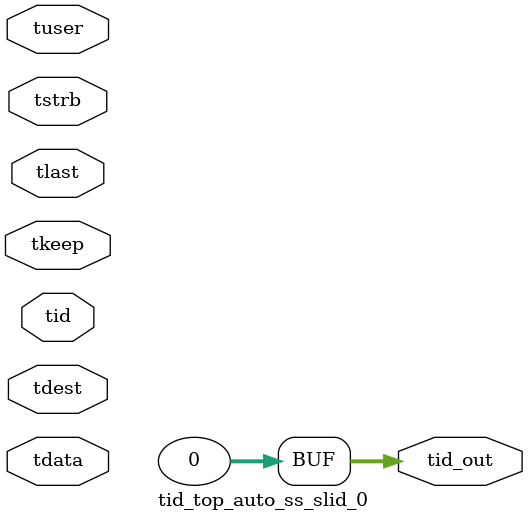
<source format=v>


`timescale 1ps/1ps

module tid_top_auto_ss_slid_0 #
(
parameter C_S_AXIS_TID_WIDTH   = 1,
parameter C_S_AXIS_TUSER_WIDTH = 0,
parameter C_S_AXIS_TDATA_WIDTH = 0,
parameter C_S_AXIS_TDEST_WIDTH = 0,
parameter C_M_AXIS_TID_WIDTH   = 32
)
(
input  [(C_S_AXIS_TID_WIDTH   == 0 ? 1 : C_S_AXIS_TID_WIDTH)-1:0       ] tid,
input  [(C_S_AXIS_TDATA_WIDTH == 0 ? 1 : C_S_AXIS_TDATA_WIDTH)-1:0     ] tdata,
input  [(C_S_AXIS_TUSER_WIDTH == 0 ? 1 : C_S_AXIS_TUSER_WIDTH)-1:0     ] tuser,
input  [(C_S_AXIS_TDEST_WIDTH == 0 ? 1 : C_S_AXIS_TDEST_WIDTH)-1:0     ] tdest,
input  [(C_S_AXIS_TDATA_WIDTH/8)-1:0 ] tkeep,
input  [(C_S_AXIS_TDATA_WIDTH/8)-1:0 ] tstrb,
input                                                                    tlast,
output [(C_M_AXIS_TID_WIDTH   == 0 ? 1 : C_M_AXIS_TID_WIDTH)-1:0       ] tid_out
);

assign tid_out = {1'b0};

endmodule


</source>
